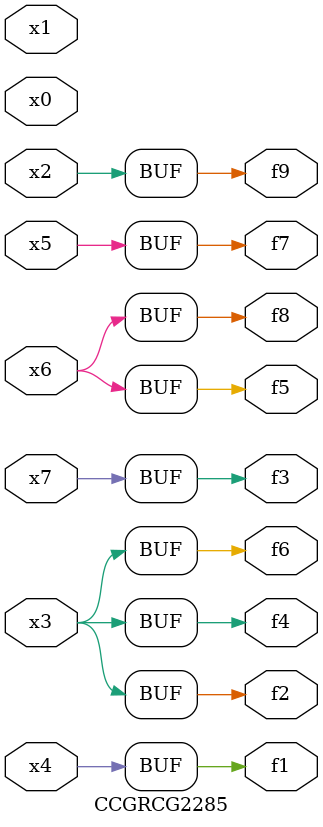
<source format=v>
module CCGRCG2285(
	input x0, x1, x2, x3, x4, x5, x6, x7,
	output f1, f2, f3, f4, f5, f6, f7, f8, f9
);
	assign f1 = x4;
	assign f2 = x3;
	assign f3 = x7;
	assign f4 = x3;
	assign f5 = x6;
	assign f6 = x3;
	assign f7 = x5;
	assign f8 = x6;
	assign f9 = x2;
endmodule

</source>
